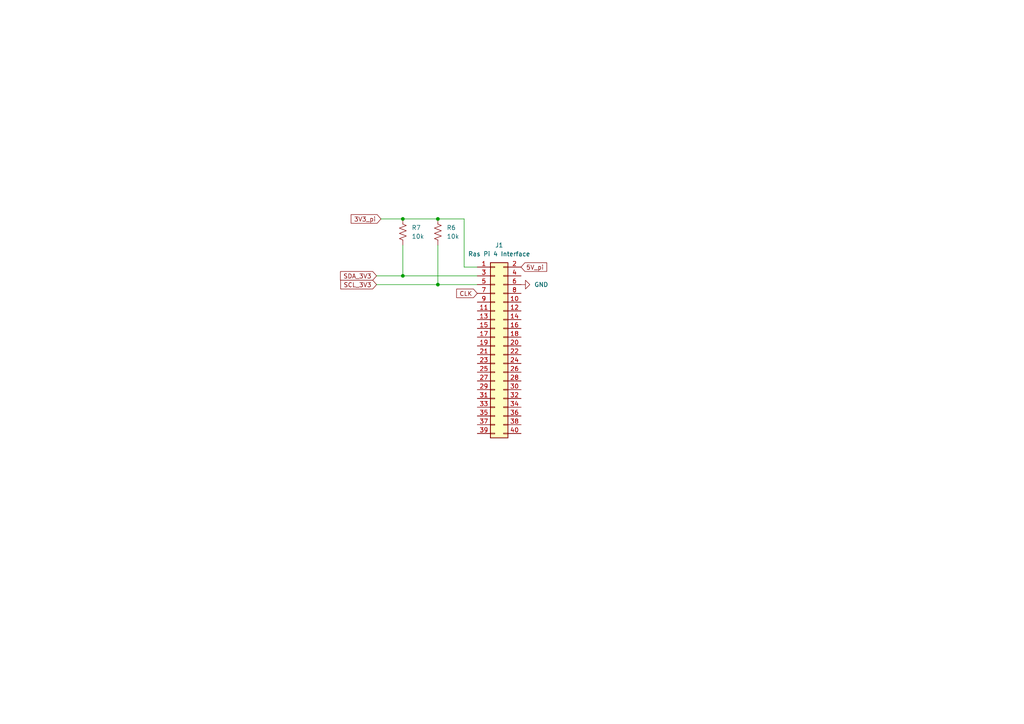
<source format=kicad_sch>
(kicad_sch (version 20231120) (generator "eeschema") (generator_version "8.0")
  (paper "A4")
  (lib_symbols
    (symbol "Connector_Generic:Conn_02x20_Odd_Even" (pin_names (offset 1.016) hide)
      (property "Reference" "J" (at 1.27 25.4 0))
      (property "Value" "Conn_02x20_Odd_Even" (at 1.27 -27.94 0))
      (symbol "Conn_02x20_Odd_Even_1_1"
        (rectangle (start -1.27 -25.273) (end 0 -25.527) (stroke (width 0.1524)))
        (rectangle (start -1.27 -22.733) (end 0 -22.987) (stroke (width 0.1524)))
        (rectangle (start -1.27 -20.193) (end 0 -20.447) (stroke (width 0.1524)))
        (rectangle (start -1.27 -17.653) (end 0 -17.907) (stroke (width 0.1524)))
        (rectangle (start -1.27 -15.113) (end 0 -15.367) (stroke (width 0.1524)))
        (rectangle (start -1.27 -12.573) (end 0 -12.827) (stroke (width 0.1524)))
        (rectangle (start -1.27 -10.033) (end 0 -10.287) (stroke (width 0.1524)))
        (rectangle (start -1.27 -7.493) (end 0 -7.747) (stroke (width 0.1524)))
        (rectangle (start -1.27 -4.953) (end 0 -5.207) (stroke (width 0.1524)))
        (rectangle (start -1.27 -2.413) (end 0 -2.667) (stroke (width 0.1524)))
        (rectangle (start -1.27 0.127) (end 0 -0.127) (stroke (width 0.1524)))
        (rectangle (start -1.27 2.667) (end 0 2.413) (stroke (width 0.1524)))
        (rectangle (start -1.27 5.207) (end 0 4.953) (stroke (width 0.1524)))
        (rectangle (start -1.27 7.747) (end 0 7.493) (stroke (width 0.1524)))
        (rectangle (start -1.27 10.287) (end 0 10.033) (stroke (width 0.1524)))
        (rectangle (start -1.27 12.827) (end 0 12.573) (stroke (width 0.1524)))
        (rectangle (start -1.27 15.367) (end 0 15.113) (stroke (width 0.1524)))
        (rectangle (start -1.27 17.907) (end 0 17.653) (stroke (width 0.1524)))
        (rectangle (start -1.27 20.447) (end 0 20.193) (stroke (width 0.1524)))
        (rectangle (start -1.27 22.987) (end 0 22.733) (stroke (width 0.1524)))
        (rectangle (start -1.27 24.13) (end 3.81 -26.67) (stroke (width 0.254)) (fill (type background)))
        (rectangle (start 3.81 -25.273) (end 2.54 -25.527) (stroke (width 0.1524)))
        (rectangle (start 3.81 -22.733) (end 2.54 -22.987) (stroke (width 0.1524)))
        (rectangle (start 3.81 -20.193) (end 2.54 -20.447) (stroke (width 0.1524)))
        (rectangle (start 3.81 -17.653) (end 2.54 -17.907) (stroke (width 0.1524)))
        (rectangle (start 3.81 -15.113) (end 2.54 -15.367) (stroke (width 0.1524)))
        (rectangle (start 3.81 -12.573) (end 2.54 -12.827) (stroke (width 0.1524)))
        (rectangle (start 3.81 -10.033) (end 2.54 -10.287) (stroke (width 0.1524)))
        (rectangle (start 3.81 -7.493) (end 2.54 -7.747) (stroke (width 0.1524)))
        (rectangle (start 3.81 -4.953) (end 2.54 -5.207) (stroke (width 0.1524)))
        (rectangle (start 3.81 -2.413) (end 2.54 -2.667) (stroke (width 0.1524)))
        (rectangle (start 3.81 0.127) (end 2.54 -0.127) (stroke (width 0.1524)))
        (rectangle (start 3.81 2.667) (end 2.54 2.413) (stroke (width 0.1524)))
        (rectangle (start 3.81 5.207) (end 2.54 4.953) (stroke (width 0.1524)))
        (rectangle (start 3.81 7.747) (end 2.54 7.493) (stroke (width 0.1524)))
        (rectangle (start 3.81 10.287) (end 2.54 10.033) (stroke (width 0.1524)))
        (rectangle (start 3.81 12.827) (end 2.54 12.573) (stroke (width 0.1524)))
        (rectangle (start 3.81 15.367) (end 2.54 15.113) (stroke (width 0.1524)))
        (rectangle (start 3.81 17.907) (end 2.54 17.653) (stroke (width 0.1524)))
        (rectangle (start 3.81 20.447) (end 2.54 20.193) (stroke (width 0.1524)))
        (rectangle (start 3.81 22.987) (end 2.54 22.733) (stroke (width 0.1524)))
        (pin passive line (at -5.08 22.86 0) (length 3.81) (name "Pin_1") (number "1"))
        (pin passive line (at 7.62 12.7 180) (length 3.81) (name "Pin_10") (number "10"))
        (pin passive line (at -5.08 10.16 0) (length 3.81) (name "Pin_11") (number "11"))
        (pin passive line (at 7.62 10.16 180) (length 3.81) (name "Pin_12") (number "12"))
        (pin passive line (at -5.08 7.62 0) (length 3.81) (name "Pin_13") (number "13"))
        (pin passive line (at 7.62 7.62 180) (length 3.81) (name "Pin_14") (number "14"))
        (pin passive line (at -5.08 5.08 0) (length 3.81) (name "Pin_15") (number "15"))
        (pin passive line (at 7.62 5.08 180) (length 3.81) (name "Pin_16") (number "16"))
        (pin passive line (at -5.08 2.54 0) (length 3.81) (name "Pin_17") (number "17"))
        (pin passive line (at 7.62 2.54 180) (length 3.81) (name "Pin_18") (number "18"))
        (pin passive line (at -5.08 0 0) (length 3.81) (name "Pin_19") (number "19"))
        (pin passive line (at 7.62 22.86 180) (length 3.81) (name "Pin_2") (number "2"))
        (pin passive line (at 7.62 0 180) (length 3.81) (name "Pin_20") (number "20"))
        (pin passive line (at -5.08 -2.54 0) (length 3.81) (name "Pin_21") (number "21"))
        (pin passive line (at 7.62 -2.54 180) (length 3.81) (name "Pin_22") (number "22"))
        (pin passive line (at -5.08 -5.08 0) (length 3.81) (name "Pin_23") (number "23"))
        (pin passive line (at 7.62 -5.08 180) (length 3.81) (name "Pin_24") (number "24"))
        (pin passive line (at -5.08 -7.62 0) (length 3.81) (name "Pin_25") (number "25"))
        (pin passive line (at 7.62 -7.62 180) (length 3.81) (name "Pin_26") (number "26"))
        (pin passive line (at -5.08 -10.16 0) (length 3.81) (name "Pin_27") (number "27"))
        (pin passive line (at 7.62 -10.16 180) (length 3.81) (name "Pin_28") (number "28"))
        (pin passive line (at -5.08 -12.7 0) (length 3.81) (name "Pin_29") (number "29"))
        (pin passive line (at -5.08 20.32 0) (length 3.81) (name "Pin_3") (number "3"))
        (pin passive line (at 7.62 -12.7 180) (length 3.81) (name "Pin_30") (number "30"))
        (pin passive line (at -5.08 -15.24 0) (length 3.81) (name "Pin_31") (number "31"))
        (pin passive line (at 7.62 -15.24 180) (length 3.81) (name "Pin_32") (number "32"))
        (pin passive line (at -5.08 -17.78 0) (length 3.81) (name "Pin_33") (number "33"))
        (pin passive line (at 7.62 -17.78 180) (length 3.81) (name "Pin_34") (number "34"))
        (pin passive line (at -5.08 -20.32 0) (length 3.81) (name "Pin_35") (number "35"))
        (pin passive line (at 7.62 -20.32 180) (length 3.81) (name "Pin_36") (number "36"))
        (pin passive line (at -5.08 -22.86 0) (length 3.81) (name "Pin_37") (number "37"))
        (pin passive line (at 7.62 -22.86 180) (length 3.81) (name "Pin_38") (number "38"))
        (pin passive line (at -5.08 -25.4 0) (length 3.81) (name "Pin_39") (number "39"))
        (pin passive line (at 7.62 20.32 180) (length 3.81) (name "Pin_4") (number "4"))
        (pin passive line (at 7.62 -25.4 180) (length 3.81) (name "Pin_40") (number "40"))
        (pin passive line (at -5.08 17.78 0) (length 3.81) (name "Pin_5") (number "5"))
        (pin passive line (at 7.62 17.78 180) (length 3.81) (name "Pin_6") (number "6"))
        (pin passive line (at -5.08 15.24 0) (length 3.81) (name "Pin_7") (number "7"))
        (pin passive line (at 7.62 15.24 180) (length 3.81) (name "Pin_8") (number "8"))
        (pin passive line (at -5.08 12.7 0) (length 3.81) (name "Pin_9") (number "9"))
      )
    )
    (symbol "Device:R_US" (pin_numbers hide) (pin_names (offset 0))
      (property "Reference" "R" (at 2.54 0 90))
      (property "Value" "R_US" (at -2.54 0 90))
      (symbol "R_US_0_1"
        (polyline (pts (xy 0 -2.286) (xy 0 -2.54)))
        (polyline (pts (xy 0 2.286) (xy 0 2.54)))
        (polyline (pts (xy 0 -0.762) (xy 1.016 -1.143) (xy 0 -1.524) (xy -1.016 -1.905) (xy 0 -2.286)))
        (polyline (pts (xy 0 0.762) (xy 1.016 0.381) (xy 0 0) (xy -1.016 -0.381) (xy 0 -0.762)))
        (polyline (pts (xy 0 2.286) (xy 1.016 1.905) (xy 0 1.524) (xy -1.016 1.143) (xy 0 0.762)))
      )
      (symbol "R_US_1_1"
        (pin passive line (at 0 3.81 270) (length 1.27) (name "~") (number "1"))
        (pin passive line (at 0 -3.81 90) (length 1.27) (name "~") (number "2"))
      )
    )
    (symbol "power:GND" (power) (pin_names (offset 0))
      (property "Value" "GND" (at 0 -3.81 0))
      (symbol "GND_0_1"
        (polyline (pts (xy 0 0) (xy 0 -1.27) (xy 1.27 -1.27) (xy 0 -2.54) (xy -1.27 -1.27) (xy 0 -1.27)))
      )
      (symbol "GND_1_1"
        (pin power_in line (at 0 0 270) (length 0) hide (name "GND") (number "1"))
      )
    )
  )
  (junction (at 127 82.55))
  (junction (at 116.84 63.5))
  (junction (at 116.84 80.01))
  (junction (at 127 63.5))
  (wire (pts (xy 134.62 77.47) (xy 138.43 77.47)))
  (wire (pts (xy 109.22 80.01) (xy 116.84 80.01)))
  (wire (pts (xy 116.84 80.01) (xy 138.43 80.01)))
  (wire (pts (xy 116.84 63.5) (xy 127 63.5)))
  (wire (pts (xy 127 82.55) (xy 138.43 82.55)))
  (wire (pts (xy 134.62 63.5) (xy 134.62 77.47)))
  (wire (pts (xy 109.22 82.55) (xy 127 82.55)))
  (wire (pts (xy 116.84 71.12) (xy 116.84 80.01)))
  (wire (pts (xy 127 63.5) (xy 134.62 63.5)))
  (wire (pts (xy 127 71.12) (xy 127 82.55)))
  (wire (pts (xy 110.49 63.5) (xy 116.84 63.5)))
  (global_label "SDA_3V3" (shape input) (at 109.22 80.01 180) (property "Intersheetrefs" "${INTERSHEET_REFS}" (effects (hide yes))))
  (global_label "3V3_pi" (shape input) (at 110.49 63.5 180) (property "Intersheetrefs" "${INTERSHEET_REFS}" (effects (hide yes))))
  (global_label "5V_pi" (shape input) (at 151.13 77.47 0) (property "Intersheetrefs" "${INTERSHEET_REFS}" (effects (hide yes))))
  (global_label "CLK" (shape input) (at 138.43 85.09 180) (property "Intersheetrefs" "${INTERSHEET_REFS}" (effects (hide yes))))
  (global_label "SCL_3V3" (shape input) (at 109.22 82.55 180) (property "Intersheetrefs" "${INTERSHEET_REFS}" (effects (hide yes))))
  (symbol (lib_id "power:GND") (at 151.13 82.55 90) (unit 1)
    (property "Reference" "#PWR02" (effects (hide yes)))
    (property "Value" "GND" (at 154.94 82.55 90) (effects (justify right)))
  )
  (symbol (lib_id "Connector_Generic:Conn_02x20_Odd_Even") (at 143.51 100.33 0) (unit 1)
    (property "Reference" "J1" (at 144.78 71.12 0))
    (property "Value" "Ras Pi 4 Interface" (at 144.78 73.66 0))
  )
  (symbol (lib_id "Device:R_US") (at 116.84 67.31 0) (unit 1)
    (property "Reference" "R7" (at 119.38 66.0399 0) (effects (justify left)))
    (property "Value" "10k" (at 119.38 68.5799 0) (effects (justify left)))
    (property "Description" "Resistor, US symbol" (effects (hide yes)))
  )
  (symbol (lib_id "Device:R_US") (at 127 67.31 0) (unit 1)
    (property "Reference" "R6" (at 129.54 66.0399 0) (effects (justify left)))
    (property "Value" "10k" (at 129.54 68.5799 0) (effects (justify left)))
    (property "Description" "Resistor, US symbol" (effects (hide yes)))
  )
  (sheet (at 341.63 0) (size 238.76 199.39) (stroke (width 0.1524))
    (property "Sheetname" "power_monitor" (at 341.63 -0.7116 0) (effects (justify left bottom)))
    (property "Sheetfile" "spower_monitor.kicad_sch" (at 341.63 199.9746 0) (effects (justify left top)))
  )
  (sheet (at 1.27 421.64) (size 288.29 163.83) (stroke (width 0.1524))
    (property "Sheetname" "power_converters" (at 1.27 420.9284 0) (effects (justify left bottom)))
    (property "Sheetfile" "power_converters.kicad_sch" (at 1.27 586.0546 0) (effects (justify left top)))
  )
  (sheet (at -1.27 224.79) (size 299.72 166.37) (stroke (width 0.1524))
    (property "Sheetname" "servo_control" (at -1.27 224.0784 0) (effects (justify left bottom)))
    (property "Sheetfile" "servo_control.kicad_sch" (at -1.27 391.7446 0) (effects (justify left top)))
  )
  (sheet (at 339.09 226.06) (size 242.57 173.99) (stroke (width 0.1524))
    (property "Sheetname" "imu" (at 339.09 225.3484 0) (effects (justify left bottom)))
    (property "Sheetfile" "imu.kicad_sch" (at 339.09 400.6346 0) (effects (justify left top)))
  )
)
</source>
